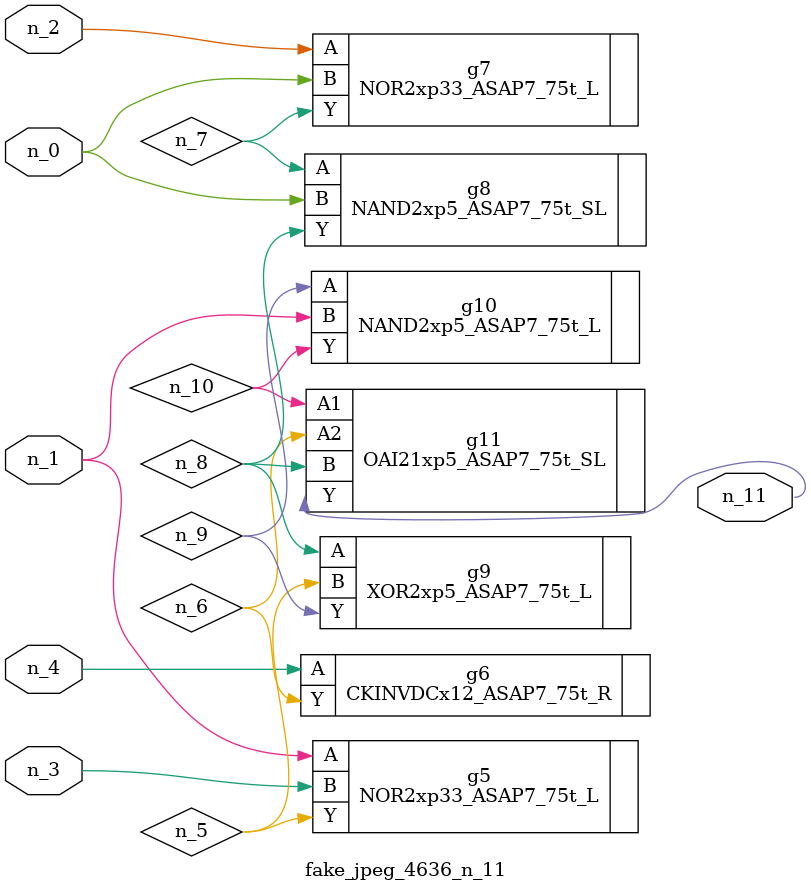
<source format=v>
module fake_jpeg_4636_n_11 (n_3, n_2, n_1, n_0, n_4, n_11);

input n_3;
input n_2;
input n_1;
input n_0;
input n_4;

output n_11;

wire n_10;
wire n_8;
wire n_9;
wire n_6;
wire n_5;
wire n_7;

NOR2xp33_ASAP7_75t_L g5 ( 
.A(n_1),
.B(n_3),
.Y(n_5)
);

CKINVDCx12_ASAP7_75t_R g6 ( 
.A(n_4),
.Y(n_6)
);

NOR2xp33_ASAP7_75t_L g7 ( 
.A(n_2),
.B(n_0),
.Y(n_7)
);

NAND2xp5_ASAP7_75t_SL g8 ( 
.A(n_7),
.B(n_0),
.Y(n_8)
);

XOR2xp5_ASAP7_75t_L g9 ( 
.A(n_8),
.B(n_5),
.Y(n_9)
);

NAND2xp5_ASAP7_75t_L g10 ( 
.A(n_9),
.B(n_1),
.Y(n_10)
);

OAI21xp5_ASAP7_75t_SL g11 ( 
.A1(n_10),
.A2(n_6),
.B(n_8),
.Y(n_11)
);


endmodule
</source>
